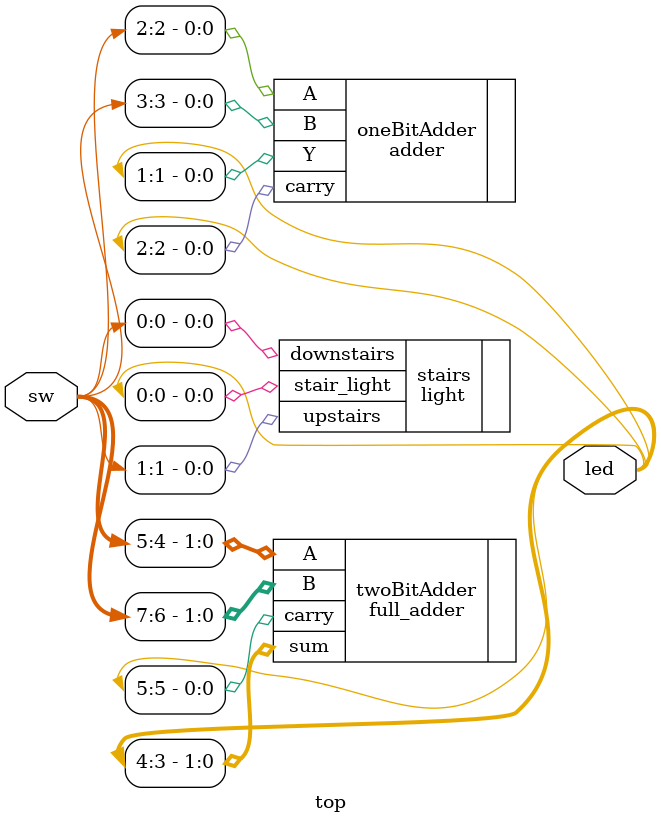
<source format=v>
module top (
    input [7:0] sw,
    output [5:0] led
);

    light stairs(
        .downstairs(sw[0]),
        .upstairs(sw[1]),
        .stair_light(led[0])
    );
    
    adder oneBitAdder(
        .A(sw[2]),
        .B(sw[3]),
        .Y(led[1]),
        .carry(led[2])
    );
    
    full_adder twoBitAdder(
        .A(sw[5:4]),
        .B(sw[7:6]),
        .sum(led[4:3]),
        .carry(led[5])
    );
    
    endmodule
</source>
